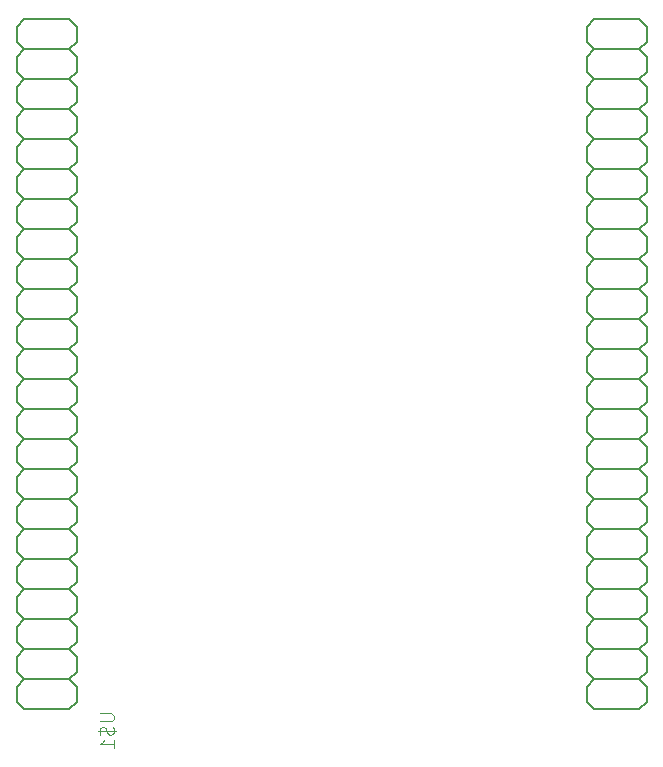
<source format=gbo>
G04 #@! TF.GenerationSoftware,KiCad,Pcbnew,(6.0.9)*
G04 #@! TF.CreationDate,2022-12-31T07:10:18+09:00*
G04 #@! TF.ProjectId,osso,6f73736f-2e6b-4696-9361-645f70636258,rev?*
G04 #@! TF.SameCoordinates,Original*
G04 #@! TF.FileFunction,Legend,Bot*
G04 #@! TF.FilePolarity,Positive*
%FSLAX46Y46*%
G04 Gerber Fmt 4.6, Leading zero omitted, Abs format (unit mm)*
G04 Created by KiCad (PCBNEW (6.0.9)) date 2022-12-31 07:10:18*
%MOMM*%
%LPD*%
G01*
G04 APERTURE LIST*
%ADD10C,0.101600*%
%ADD11C,0.152400*%
G04 APERTURE END LIST*
D10*
X175909061Y-132179080D02*
X176854909Y-132179080D01*
X176966185Y-132234718D01*
X177021823Y-132290356D01*
X177077461Y-132401632D01*
X177077461Y-132624185D01*
X177021823Y-132735461D01*
X176966185Y-132791099D01*
X176854909Y-132846737D01*
X175909061Y-132846737D01*
X177021823Y-133347480D02*
X177077461Y-133514394D01*
X177077461Y-133792585D01*
X177021823Y-133903861D01*
X176966185Y-133959499D01*
X176854909Y-134015137D01*
X176743633Y-134015137D01*
X176632357Y-133959499D01*
X176576719Y-133903861D01*
X176521080Y-133792585D01*
X176465442Y-133570032D01*
X176409804Y-133458756D01*
X176354166Y-133403118D01*
X176242890Y-133347480D01*
X176131614Y-133347480D01*
X176020338Y-133403118D01*
X175964700Y-133458756D01*
X175909061Y-133570032D01*
X175909061Y-133848223D01*
X175964700Y-134015137D01*
X175742147Y-133681309D02*
X177244376Y-133681309D01*
X177077461Y-135127899D02*
X177077461Y-134460242D01*
X177077461Y-134794070D02*
X175909061Y-134794070D01*
X176075976Y-134682794D01*
X176187252Y-134571518D01*
X176242890Y-134460242D01*
D11*
X173958100Y-124849850D02*
X173323100Y-124214850D01*
X217773100Y-114054850D02*
X217138100Y-114689850D01*
X221583100Y-124214850D02*
X222218100Y-123579850D01*
X169513100Y-108974850D02*
X168878100Y-109609850D01*
X168878100Y-93099850D02*
X168878100Y-91829850D01*
X173323100Y-78494850D02*
X173958100Y-77859850D01*
X173323100Y-101354850D02*
X173958100Y-100719850D01*
X217138100Y-122309850D02*
X217773100Y-121674850D01*
X168878100Y-118499850D02*
X168878100Y-117229850D01*
X221583100Y-101354850D02*
X217773100Y-101354850D01*
X168878100Y-107069850D02*
X168878100Y-108339850D01*
X217773100Y-96274850D02*
X217138100Y-96909850D01*
X222218100Y-118499850D02*
X222218100Y-117229850D01*
X222218100Y-117229850D02*
X221583100Y-116594850D01*
X173323100Y-91194850D02*
X173958100Y-90559850D01*
X222218100Y-86749850D02*
X221583100Y-86114850D01*
X168878100Y-88019850D02*
X169513100Y-88654850D01*
X173958100Y-129929850D02*
X173323100Y-129294850D01*
X168878100Y-121039850D02*
X168878100Y-119769850D01*
X222218100Y-119769850D02*
X221583100Y-119134850D01*
X221583100Y-129294850D02*
X217773100Y-129294850D01*
X173323100Y-103894850D02*
X173958100Y-103259850D01*
X217773100Y-124214850D02*
X217138100Y-123579850D01*
X217773100Y-73414850D02*
X217138100Y-74049850D01*
X222218100Y-109609850D02*
X221583100Y-108974850D01*
X169513100Y-101354850D02*
X168878100Y-101989850D01*
X221583100Y-119134850D02*
X222218100Y-118499850D01*
X217138100Y-99449850D02*
X217138100Y-100719850D01*
X217138100Y-80399850D02*
X217773100Y-81034850D01*
X168878100Y-129929850D02*
X169513100Y-129294850D01*
X217773100Y-93734850D02*
X217138100Y-94369850D01*
X217138100Y-93099850D02*
X217138100Y-91829850D01*
X221583100Y-114054850D02*
X217773100Y-114054850D01*
X173958100Y-126119850D02*
X173958100Y-124849850D01*
X169513100Y-73414850D02*
X168878100Y-74049850D01*
X173958100Y-121039850D02*
X173958100Y-119769850D01*
X173323100Y-106434850D02*
X169513100Y-106434850D01*
X221583100Y-78494850D02*
X222218100Y-77859850D01*
X217138100Y-82939850D02*
X217138100Y-81669850D01*
X217138100Y-118499850D02*
X217138100Y-117229850D01*
X222218100Y-131199850D02*
X222218100Y-129929850D01*
X222218100Y-94369850D02*
X221583100Y-93734850D01*
X221583100Y-81034850D02*
X217773100Y-81034850D01*
X217773100Y-108974850D02*
X217138100Y-109609850D01*
X173958100Y-131199850D02*
X173958100Y-129929850D01*
X173958100Y-99449850D02*
X173323100Y-98814850D01*
X221583100Y-91194850D02*
X217773100Y-91194850D01*
X217773100Y-103894850D02*
X217138100Y-103259850D01*
X217773100Y-83574850D02*
X217138100Y-84209850D01*
X173323100Y-81034850D02*
X169513100Y-81034850D01*
X173323100Y-121674850D02*
X173958100Y-121039850D01*
X168878100Y-126119850D02*
X168878100Y-124849850D01*
X221583100Y-86114850D02*
X217773100Y-86114850D01*
X221583100Y-101354850D02*
X222218100Y-101989850D01*
X169513100Y-91194850D02*
X168878100Y-91829850D01*
X173958100Y-99449850D02*
X173958100Y-100719850D01*
X168878100Y-119769850D02*
X169513100Y-119134850D01*
X173323100Y-88654850D02*
X173958100Y-88019850D01*
X168878100Y-75319850D02*
X169513100Y-75954850D01*
X222218100Y-74049850D02*
X222218100Y-75319850D01*
X221583100Y-96274850D02*
X222218100Y-95639850D01*
X217773100Y-131834850D02*
X221583100Y-131834850D01*
X173323100Y-111514850D02*
X169513100Y-111514850D01*
X222218100Y-74049850D02*
X221583100Y-73414850D01*
X217138100Y-131199850D02*
X217138100Y-129929850D01*
X168878100Y-90559850D02*
X168878100Y-89289850D01*
X222218100Y-89289850D02*
X221583100Y-88654850D01*
X222218100Y-94369850D02*
X222218100Y-95639850D01*
X173323100Y-98814850D02*
X169513100Y-98814850D01*
X173323100Y-93734850D02*
X173958100Y-93099850D01*
X169513100Y-126754850D02*
X168878100Y-126119850D01*
X217773100Y-111514850D02*
X217138100Y-110879850D01*
X221583100Y-103894850D02*
X217773100Y-103894850D01*
X173958100Y-76589850D02*
X173323100Y-75954850D01*
X217138100Y-75319850D02*
X217773100Y-75954850D01*
X173323100Y-81034850D02*
X173958100Y-80399850D01*
X222218100Y-128659850D02*
X222218100Y-127389850D01*
X221583100Y-81034850D02*
X222218100Y-80399850D01*
X217773100Y-108974850D02*
X217138100Y-108339850D01*
X169513100Y-81034850D02*
X168878100Y-81669850D01*
X173958100Y-74049850D02*
X173958100Y-75319850D01*
X221583100Y-96274850D02*
X217773100Y-96274850D01*
X221583100Y-111514850D02*
X217773100Y-111514850D01*
X168878100Y-95639850D02*
X168878100Y-94369850D01*
X222218100Y-115959850D02*
X222218100Y-114689850D01*
X222218100Y-81669850D02*
X222218100Y-82939850D01*
X173323100Y-124214850D02*
X169513100Y-124214850D01*
X173323100Y-119134850D02*
X169513100Y-119134850D01*
X173958100Y-112149850D02*
X173323100Y-111514850D01*
X173323100Y-119134850D02*
X173958100Y-118499850D01*
X221583100Y-106434850D02*
X217773100Y-106434850D01*
X222218100Y-124849850D02*
X221583100Y-124214850D01*
X222218100Y-91829850D02*
X222218100Y-93099850D01*
X173958100Y-109609850D02*
X173323100Y-108974850D01*
X169513100Y-131834850D02*
X168878100Y-131199850D01*
X217138100Y-119769850D02*
X217773100Y-119134850D01*
X173323100Y-106434850D02*
X173958100Y-105799850D01*
X222218100Y-89289850D02*
X222218100Y-90559850D01*
X222218100Y-99449850D02*
X222218100Y-100719850D01*
X168878100Y-117229850D02*
X169513100Y-116594850D01*
X173958100Y-110879850D02*
X173958100Y-109609850D01*
X222218100Y-108339850D02*
X222218100Y-107069850D01*
X173958100Y-103259850D02*
X173958100Y-101989850D01*
X168878100Y-88019850D02*
X168878100Y-86749850D01*
X169513100Y-93734850D02*
X168878100Y-94369850D01*
X168878100Y-80399850D02*
X169513100Y-81034850D01*
X217773100Y-75954850D02*
X217138100Y-76589850D01*
X221583100Y-101354850D02*
X222218100Y-100719850D01*
X168878100Y-95639850D02*
X169513100Y-96274850D01*
X169513100Y-98814850D02*
X168878100Y-98179850D01*
X222218100Y-123579850D02*
X222218100Y-122309850D01*
X217773100Y-126754850D02*
X217138100Y-126119850D01*
X168878100Y-85479850D02*
X169513100Y-86114850D01*
X217138100Y-124849850D02*
X217773100Y-124214850D01*
X221583100Y-98814850D02*
X217773100Y-98814850D01*
X221583100Y-131834850D02*
X222218100Y-131199850D01*
X173958100Y-79129850D02*
X173958100Y-80399850D01*
X221583100Y-111514850D02*
X222218100Y-110879850D01*
X168878100Y-114689850D02*
X168878100Y-115959850D01*
X221583100Y-129294850D02*
X222218100Y-128659850D01*
X173323100Y-108974850D02*
X173958100Y-108339850D01*
X168878100Y-93099850D02*
X169513100Y-93734850D01*
X173958100Y-119769850D02*
X173323100Y-119134850D01*
X222218100Y-112149850D02*
X221583100Y-111514850D01*
X222218100Y-84209850D02*
X222218100Y-85479850D01*
X217773100Y-114054850D02*
X217138100Y-113419850D01*
X173958100Y-118499850D02*
X173958100Y-117229850D01*
X169513100Y-119134850D02*
X168878100Y-118499850D01*
X173958100Y-89289850D02*
X173323100Y-88654850D01*
X168878100Y-75319850D02*
X168878100Y-74049850D01*
X221583100Y-116594850D02*
X217773100Y-116594850D01*
X221583100Y-126754850D02*
X217773100Y-126754850D01*
X217138100Y-93099850D02*
X217773100Y-93734850D01*
X217138100Y-95639850D02*
X217773100Y-96274850D01*
X173958100Y-105799850D02*
X173958100Y-104529850D01*
X217773100Y-101354850D02*
X217138100Y-101989850D01*
X221583100Y-108974850D02*
X222218100Y-108339850D01*
X168878100Y-85479850D02*
X168878100Y-84209850D01*
X173958100Y-89289850D02*
X173958100Y-90559850D01*
X168878100Y-90559850D02*
X169513100Y-91194850D01*
X221583100Y-88654850D02*
X222218100Y-88019850D01*
X173323100Y-83574850D02*
X169513100Y-83574850D01*
X173323100Y-73414850D02*
X169513100Y-73414850D01*
X173958100Y-91829850D02*
X173958100Y-93099850D01*
X217138100Y-128659850D02*
X217138100Y-127389850D01*
X173958100Y-81669850D02*
X173323100Y-81034850D01*
X222218100Y-113419850D02*
X222218100Y-112149850D01*
X221583100Y-103894850D02*
X222218100Y-103259850D01*
X221583100Y-114054850D02*
X222218100Y-113419850D01*
X173958100Y-96909850D02*
X173323100Y-96274850D01*
X217138100Y-85479850D02*
X217138100Y-84209850D01*
X173323100Y-86114850D02*
X173958100Y-85479850D01*
X217773100Y-101354850D02*
X217138100Y-100719850D01*
X217138100Y-129929850D02*
X217773100Y-129294850D01*
X217773100Y-111514850D02*
X217138100Y-112149850D01*
X173958100Y-115959850D02*
X173958100Y-114689850D01*
X169513100Y-106434850D02*
X168878100Y-107069850D01*
X173958100Y-127389850D02*
X173323100Y-126754850D01*
X173958100Y-107069850D02*
X173323100Y-106434850D01*
X217138100Y-107069850D02*
X217138100Y-108339850D01*
X217138100Y-75319850D02*
X217138100Y-74049850D01*
X221583100Y-98814850D02*
X222218100Y-98179850D01*
X222218100Y-96909850D02*
X222218100Y-98179850D01*
X173958100Y-128659850D02*
X173958100Y-127389850D01*
X173958100Y-94369850D02*
X173323100Y-93734850D01*
X222218100Y-91829850D02*
X221583100Y-91194850D01*
X168878100Y-122309850D02*
X169513100Y-121674850D01*
X173323100Y-129294850D02*
X169513100Y-129294850D01*
X221583100Y-121674850D02*
X222218100Y-121039850D01*
X222218100Y-127389850D02*
X221583100Y-126754850D01*
X221583100Y-73414850D02*
X217773100Y-73414850D01*
X217773100Y-119134850D02*
X217138100Y-118499850D01*
X169513100Y-108974850D02*
X168878100Y-108339850D01*
X173323100Y-93734850D02*
X169513100Y-93734850D01*
X169513100Y-106434850D02*
X168878100Y-105799850D01*
X217138100Y-95639850D02*
X217138100Y-94369850D01*
X222218100Y-129929850D02*
X221583100Y-129294850D01*
X222218100Y-84209850D02*
X221583100Y-83574850D01*
X217138100Y-77859850D02*
X217138100Y-76589850D01*
X173958100Y-108339850D02*
X173958100Y-107069850D01*
X173958100Y-84209850D02*
X173323100Y-83574850D01*
X221583100Y-124214850D02*
X217773100Y-124214850D01*
X221583100Y-108974850D02*
X217773100Y-108974850D01*
X217138100Y-109609850D02*
X217138100Y-110879850D01*
X217138100Y-121039850D02*
X217138100Y-119769850D01*
X173323100Y-131834850D02*
X173958100Y-131199850D01*
X173323100Y-121674850D02*
X169513100Y-121674850D01*
X169513100Y-114054850D02*
X168878100Y-114689850D01*
X173958100Y-94369850D02*
X173958100Y-95639850D01*
X173323100Y-129294850D02*
X173958100Y-128659850D01*
X168878100Y-82939850D02*
X169513100Y-83574850D01*
X173323100Y-96274850D02*
X169513100Y-96274850D01*
X217773100Y-98814850D02*
X217138100Y-98179850D01*
X217773100Y-106434850D02*
X217138100Y-105799850D01*
X173323100Y-98814850D02*
X173958100Y-98179850D01*
X217138100Y-90559850D02*
X217773100Y-91194850D01*
X169513100Y-124214850D02*
X168878100Y-123579850D01*
X169513100Y-96274850D02*
X168878100Y-96909850D01*
X221583100Y-121674850D02*
X217773100Y-121674850D01*
X173323100Y-75954850D02*
X173958100Y-75319850D01*
X173323100Y-86114850D02*
X169513100Y-86114850D01*
X217773100Y-106434850D02*
X217138100Y-107069850D01*
X173958100Y-91829850D02*
X173323100Y-91194850D01*
X173323100Y-111514850D02*
X173958100Y-110879850D01*
X173958100Y-84209850D02*
X173958100Y-85479850D01*
X173323100Y-124214850D02*
X173958100Y-123579850D01*
X173958100Y-76589850D02*
X173958100Y-77859850D01*
X217773100Y-103894850D02*
X217138100Y-104529850D01*
X217773100Y-78494850D02*
X217138100Y-79129850D01*
X169513100Y-129294850D02*
X168878100Y-128659850D01*
X173958100Y-114689850D02*
X173323100Y-114054850D01*
X221583100Y-75954850D02*
X222218100Y-75319850D01*
X169513100Y-83574850D02*
X168878100Y-84209850D01*
X168878100Y-99449850D02*
X168878100Y-100719850D01*
X168878100Y-109609850D02*
X168878100Y-110879850D01*
X217138100Y-117229850D02*
X217773100Y-116594850D01*
X173323100Y-108974850D02*
X169513100Y-108974850D01*
X217138100Y-82939850D02*
X217773100Y-83574850D01*
X169513100Y-116594850D02*
X168878100Y-115959850D01*
X173958100Y-123579850D02*
X173958100Y-122309850D01*
X173958100Y-81669850D02*
X173958100Y-82939850D01*
X217138100Y-85479850D02*
X217773100Y-86114850D01*
X173323100Y-116594850D02*
X169513100Y-116594850D01*
X173323100Y-101354850D02*
X169513100Y-101354850D01*
X168878100Y-101989850D02*
X168878100Y-103259850D01*
X168878100Y-128659850D02*
X168878100Y-127389850D01*
X222218100Y-121039850D02*
X222218100Y-119769850D01*
X173958100Y-86749850D02*
X173323100Y-86114850D01*
X217773100Y-131834850D02*
X217138100Y-131199850D01*
X222218100Y-79129850D02*
X221583100Y-78494850D01*
X217773100Y-88654850D02*
X217138100Y-89289850D01*
X169513100Y-75954850D02*
X168878100Y-76589850D01*
X222218100Y-104529850D02*
X221583100Y-103894850D01*
X222218100Y-114689850D02*
X221583100Y-114054850D01*
X217138100Y-114689850D02*
X217138100Y-115959850D01*
X221583100Y-93734850D02*
X217773100Y-93734850D01*
X173323100Y-103894850D02*
X169513100Y-103894850D01*
X168878100Y-104529850D02*
X168878100Y-105799850D01*
X217138100Y-80399850D02*
X217138100Y-79129850D01*
X217138100Y-127389850D02*
X217773100Y-126754850D01*
X173323100Y-114054850D02*
X169513100Y-114054850D01*
X221583100Y-88654850D02*
X217773100Y-88654850D01*
X168878100Y-80399850D02*
X168878100Y-79129850D01*
X221583100Y-86114850D02*
X222218100Y-85479850D01*
X169513100Y-114054850D02*
X168878100Y-113419850D01*
X221583100Y-119134850D02*
X217773100Y-119134850D01*
X168878100Y-82939850D02*
X168878100Y-81669850D01*
X173958100Y-96909850D02*
X173958100Y-98179850D01*
X222218100Y-81669850D02*
X221583100Y-81034850D01*
X222218100Y-76589850D02*
X221583100Y-75954850D01*
X173323100Y-96274850D02*
X173958100Y-95639850D01*
X168878100Y-131199850D02*
X168878100Y-129929850D01*
X173958100Y-122309850D02*
X173323100Y-121674850D01*
X217138100Y-123579850D02*
X217138100Y-122309850D01*
X168878100Y-112149850D02*
X168878100Y-113419850D01*
X221583100Y-116594850D02*
X222218100Y-115959850D01*
X173323100Y-101354850D02*
X173958100Y-101989850D01*
X217138100Y-88019850D02*
X217773100Y-88654850D01*
X222218100Y-105799850D02*
X222218100Y-104529850D01*
X222218100Y-126119850D02*
X222218100Y-124849850D01*
X169513100Y-86114850D02*
X168878100Y-86749850D01*
X222218100Y-76589850D02*
X222218100Y-77859850D01*
X168878100Y-77859850D02*
X168878100Y-76589850D01*
X217138100Y-77859850D02*
X217773100Y-78494850D01*
X217773100Y-86114850D02*
X217138100Y-86749850D01*
X217138100Y-112149850D02*
X217138100Y-113419850D01*
X173958100Y-86749850D02*
X173958100Y-88019850D01*
X217773100Y-81034850D02*
X217138100Y-81669850D01*
X217773100Y-129294850D02*
X217138100Y-128659850D01*
X168878100Y-96909850D02*
X168878100Y-98179850D01*
X173323100Y-116594850D02*
X173958100Y-115959850D01*
X173323100Y-88654850D02*
X169513100Y-88654850D01*
X169513100Y-111514850D02*
X168878100Y-110879850D01*
X222218100Y-122309850D02*
X221583100Y-121674850D01*
X168878100Y-77859850D02*
X169513100Y-78494850D01*
X173323100Y-91194850D02*
X169513100Y-91194850D01*
X217773100Y-91194850D02*
X217138100Y-91829850D01*
X173323100Y-78494850D02*
X169513100Y-78494850D01*
X217773100Y-98814850D02*
X217138100Y-99449850D01*
X169513100Y-88654850D02*
X168878100Y-89289850D01*
X169513100Y-103894850D02*
X168878100Y-104529850D01*
X173958100Y-104529850D02*
X173323100Y-103894850D01*
X217773100Y-116594850D02*
X217138100Y-115959850D01*
X222218100Y-107069850D02*
X221583100Y-106434850D01*
X222218100Y-96909850D02*
X221583100Y-96274850D01*
X169513100Y-111514850D02*
X168878100Y-112149850D01*
X169513100Y-121674850D02*
X168878100Y-121039850D01*
X217138100Y-104529850D02*
X217138100Y-105799850D01*
X221583100Y-78494850D02*
X217773100Y-78494850D01*
X222218100Y-110879850D02*
X222218100Y-109609850D01*
X221583100Y-83574850D02*
X222218100Y-82939850D01*
X221583100Y-83574850D02*
X217773100Y-83574850D01*
X222218100Y-99449850D02*
X221583100Y-98814850D01*
X173958100Y-74049850D02*
X173323100Y-73414850D01*
X221583100Y-106434850D02*
X222218100Y-105799850D01*
X221583100Y-126754850D02*
X222218100Y-126119850D01*
X173323100Y-75954850D02*
X169513100Y-75954850D01*
X217138100Y-126119850D02*
X217138100Y-124849850D01*
X217138100Y-88019850D02*
X217138100Y-86749850D01*
X173323100Y-83574850D02*
X173958100Y-82939850D01*
X217138100Y-90559850D02*
X217138100Y-89289850D01*
X168878100Y-123579850D02*
X168878100Y-122309850D01*
X173958100Y-79129850D02*
X173323100Y-78494850D01*
X169513100Y-103894850D02*
X168878100Y-103259850D01*
X173323100Y-114054850D02*
X173958100Y-113419850D01*
X168878100Y-124849850D02*
X169513100Y-124214850D01*
X217138100Y-101989850D02*
X217138100Y-103259850D01*
X169513100Y-101354850D02*
X168878100Y-100719850D01*
X221583100Y-75954850D02*
X217773100Y-75954850D01*
X168878100Y-127389850D02*
X169513100Y-126754850D01*
X217773100Y-121674850D02*
X217138100Y-121039850D01*
X222218100Y-103259850D02*
X222218100Y-101989850D01*
X173323100Y-126754850D02*
X173958100Y-126119850D01*
X169513100Y-131834850D02*
X173323100Y-131834850D01*
X169513100Y-78494850D02*
X168878100Y-79129850D01*
X222218100Y-86749850D02*
X222218100Y-88019850D01*
X169513100Y-98814850D02*
X168878100Y-99449850D01*
X221583100Y-93734850D02*
X222218100Y-93099850D01*
X173958100Y-113419850D02*
X173958100Y-112149850D01*
X222218100Y-79129850D02*
X222218100Y-80399850D01*
X173323100Y-126754850D02*
X169513100Y-126754850D01*
X173958100Y-117229850D02*
X173323100Y-116594850D01*
X221583100Y-91194850D02*
X222218100Y-90559850D01*
X217138100Y-96909850D02*
X217138100Y-98179850D01*
M02*

</source>
